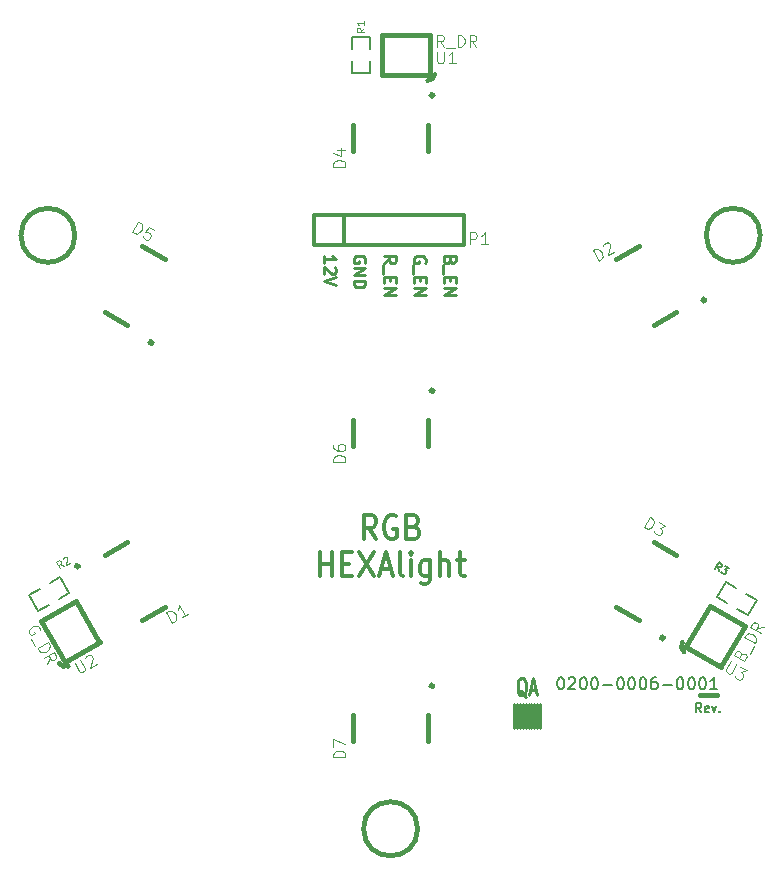
<source format=gto>
G04 (created by PCBNEW-RS274X (2011-nov-30)-testing) date Wed 15 Aug 2012 04:31:39 PM EDT*
%MOIN*%
G04 Gerber Fmt 3.4, Leading zero omitted, Abs format*
%FSLAX34Y34*%
G01*
G70*
G90*
G04 APERTURE LIST*
%ADD10C,0.006*%
%ADD11C,0.015*%
%ADD12C,0.0075*%
%ADD13C,0.0079*%
%ADD14C,0.0099*%
%ADD15C,0.012*%
%ADD16C,0.005*%
%ADD17C,0.0157*%
%ADD18C,0.0039*%
G04 APERTURE END LIST*
G54D10*
G54D11*
X68770Y-47300D02*
X69340Y-47300D01*
G54D12*
X68829Y-47881D02*
X68729Y-47739D01*
X68657Y-47881D02*
X68657Y-47581D01*
X68772Y-47581D01*
X68800Y-47596D01*
X68815Y-47610D01*
X68829Y-47639D01*
X68829Y-47681D01*
X68815Y-47710D01*
X68800Y-47724D01*
X68772Y-47739D01*
X68657Y-47739D01*
X69072Y-47867D02*
X69043Y-47881D01*
X68986Y-47881D01*
X68957Y-47867D01*
X68943Y-47839D01*
X68943Y-47724D01*
X68957Y-47696D01*
X68986Y-47681D01*
X69043Y-47681D01*
X69072Y-47696D01*
X69086Y-47724D01*
X69086Y-47753D01*
X68943Y-47781D01*
X69186Y-47681D02*
X69257Y-47881D01*
X69329Y-47681D01*
X69443Y-47853D02*
X69458Y-47867D01*
X69443Y-47881D01*
X69429Y-47867D01*
X69443Y-47853D01*
X69443Y-47881D01*
G54D13*
X64121Y-46725D02*
X64158Y-46725D01*
X64196Y-46744D01*
X64215Y-46763D01*
X64233Y-46801D01*
X64252Y-46876D01*
X64252Y-46969D01*
X64233Y-47044D01*
X64215Y-47082D01*
X64196Y-47101D01*
X64158Y-47119D01*
X64121Y-47119D01*
X64083Y-47101D01*
X64065Y-47082D01*
X64046Y-47044D01*
X64027Y-46969D01*
X64027Y-46876D01*
X64046Y-46801D01*
X64065Y-46763D01*
X64083Y-46744D01*
X64121Y-46725D01*
X64402Y-46763D02*
X64421Y-46744D01*
X64458Y-46725D01*
X64552Y-46725D01*
X64590Y-46744D01*
X64608Y-46763D01*
X64627Y-46801D01*
X64627Y-46838D01*
X64608Y-46894D01*
X64383Y-47119D01*
X64627Y-47119D01*
X64871Y-46725D02*
X64908Y-46725D01*
X64946Y-46744D01*
X64965Y-46763D01*
X64983Y-46801D01*
X65002Y-46876D01*
X65002Y-46969D01*
X64983Y-47044D01*
X64965Y-47082D01*
X64946Y-47101D01*
X64908Y-47119D01*
X64871Y-47119D01*
X64833Y-47101D01*
X64815Y-47082D01*
X64796Y-47044D01*
X64777Y-46969D01*
X64777Y-46876D01*
X64796Y-46801D01*
X64815Y-46763D01*
X64833Y-46744D01*
X64871Y-46725D01*
X65246Y-46725D02*
X65283Y-46725D01*
X65321Y-46744D01*
X65340Y-46763D01*
X65358Y-46801D01*
X65377Y-46876D01*
X65377Y-46969D01*
X65358Y-47044D01*
X65340Y-47082D01*
X65321Y-47101D01*
X65283Y-47119D01*
X65246Y-47119D01*
X65208Y-47101D01*
X65190Y-47082D01*
X65171Y-47044D01*
X65152Y-46969D01*
X65152Y-46876D01*
X65171Y-46801D01*
X65190Y-46763D01*
X65208Y-46744D01*
X65246Y-46725D01*
X65546Y-46969D02*
X65846Y-46969D01*
X66109Y-46725D02*
X66146Y-46725D01*
X66184Y-46744D01*
X66203Y-46763D01*
X66221Y-46801D01*
X66240Y-46876D01*
X66240Y-46969D01*
X66221Y-47044D01*
X66203Y-47082D01*
X66184Y-47101D01*
X66146Y-47119D01*
X66109Y-47119D01*
X66071Y-47101D01*
X66053Y-47082D01*
X66034Y-47044D01*
X66015Y-46969D01*
X66015Y-46876D01*
X66034Y-46801D01*
X66053Y-46763D01*
X66071Y-46744D01*
X66109Y-46725D01*
X66484Y-46725D02*
X66521Y-46725D01*
X66559Y-46744D01*
X66578Y-46763D01*
X66596Y-46801D01*
X66615Y-46876D01*
X66615Y-46969D01*
X66596Y-47044D01*
X66578Y-47082D01*
X66559Y-47101D01*
X66521Y-47119D01*
X66484Y-47119D01*
X66446Y-47101D01*
X66428Y-47082D01*
X66409Y-47044D01*
X66390Y-46969D01*
X66390Y-46876D01*
X66409Y-46801D01*
X66428Y-46763D01*
X66446Y-46744D01*
X66484Y-46725D01*
X66859Y-46725D02*
X66896Y-46725D01*
X66934Y-46744D01*
X66953Y-46763D01*
X66971Y-46801D01*
X66990Y-46876D01*
X66990Y-46969D01*
X66971Y-47044D01*
X66953Y-47082D01*
X66934Y-47101D01*
X66896Y-47119D01*
X66859Y-47119D01*
X66821Y-47101D01*
X66803Y-47082D01*
X66784Y-47044D01*
X66765Y-46969D01*
X66765Y-46876D01*
X66784Y-46801D01*
X66803Y-46763D01*
X66821Y-46744D01*
X66859Y-46725D01*
X67328Y-46725D02*
X67253Y-46725D01*
X67215Y-46744D01*
X67196Y-46763D01*
X67159Y-46819D01*
X67140Y-46894D01*
X67140Y-47044D01*
X67159Y-47082D01*
X67178Y-47101D01*
X67215Y-47119D01*
X67290Y-47119D01*
X67328Y-47101D01*
X67346Y-47082D01*
X67365Y-47044D01*
X67365Y-46951D01*
X67346Y-46913D01*
X67328Y-46894D01*
X67290Y-46876D01*
X67215Y-46876D01*
X67178Y-46894D01*
X67159Y-46913D01*
X67140Y-46951D01*
X67534Y-46969D02*
X67834Y-46969D01*
X68097Y-46725D02*
X68134Y-46725D01*
X68172Y-46744D01*
X68191Y-46763D01*
X68209Y-46801D01*
X68228Y-46876D01*
X68228Y-46969D01*
X68209Y-47044D01*
X68191Y-47082D01*
X68172Y-47101D01*
X68134Y-47119D01*
X68097Y-47119D01*
X68059Y-47101D01*
X68041Y-47082D01*
X68022Y-47044D01*
X68003Y-46969D01*
X68003Y-46876D01*
X68022Y-46801D01*
X68041Y-46763D01*
X68059Y-46744D01*
X68097Y-46725D01*
X68472Y-46725D02*
X68509Y-46725D01*
X68547Y-46744D01*
X68566Y-46763D01*
X68584Y-46801D01*
X68603Y-46876D01*
X68603Y-46969D01*
X68584Y-47044D01*
X68566Y-47082D01*
X68547Y-47101D01*
X68509Y-47119D01*
X68472Y-47119D01*
X68434Y-47101D01*
X68416Y-47082D01*
X68397Y-47044D01*
X68378Y-46969D01*
X68378Y-46876D01*
X68397Y-46801D01*
X68416Y-46763D01*
X68434Y-46744D01*
X68472Y-46725D01*
X68847Y-46725D02*
X68884Y-46725D01*
X68922Y-46744D01*
X68941Y-46763D01*
X68959Y-46801D01*
X68978Y-46876D01*
X68978Y-46969D01*
X68959Y-47044D01*
X68941Y-47082D01*
X68922Y-47101D01*
X68884Y-47119D01*
X68847Y-47119D01*
X68809Y-47101D01*
X68791Y-47082D01*
X68772Y-47044D01*
X68753Y-46969D01*
X68753Y-46876D01*
X68772Y-46801D01*
X68791Y-46763D01*
X68809Y-46744D01*
X68847Y-46725D01*
X69353Y-47119D02*
X69128Y-47119D01*
X69241Y-47119D02*
X69241Y-46725D01*
X69203Y-46782D01*
X69166Y-46819D01*
X69128Y-46838D01*
G54D14*
X62590Y-48395D02*
X62590Y-47595D01*
X62778Y-48395D02*
X62778Y-47595D01*
X62966Y-48395D02*
X62966Y-47595D01*
X63154Y-48395D02*
X63154Y-47595D01*
X63342Y-48395D02*
X63342Y-47595D01*
X62688Y-48395D02*
X62688Y-47595D01*
X62876Y-48395D02*
X62876Y-47595D01*
X63064Y-48395D02*
X63064Y-47595D01*
X63252Y-48395D02*
X63252Y-47595D01*
X63440Y-48395D02*
X63440Y-47595D01*
X62989Y-47382D02*
X62952Y-47354D01*
X62914Y-47298D01*
X62858Y-47213D01*
X62821Y-47185D01*
X62783Y-47185D01*
X62802Y-47326D02*
X62764Y-47298D01*
X62727Y-47241D01*
X62708Y-47129D01*
X62708Y-46932D01*
X62727Y-46819D01*
X62764Y-46763D01*
X62802Y-46735D01*
X62877Y-46735D01*
X62914Y-46763D01*
X62952Y-46819D01*
X62971Y-46932D01*
X62971Y-47129D01*
X62952Y-47241D01*
X62914Y-47298D01*
X62877Y-47326D01*
X62802Y-47326D01*
X63121Y-47157D02*
X63309Y-47157D01*
X63084Y-47326D02*
X63215Y-46735D01*
X63346Y-47326D01*
X60447Y-32823D02*
X60428Y-32879D01*
X60409Y-32898D01*
X60372Y-32917D01*
X60316Y-32917D01*
X60278Y-32898D01*
X60259Y-32879D01*
X60241Y-32842D01*
X60241Y-32692D01*
X60635Y-32692D01*
X60635Y-32823D01*
X60616Y-32861D01*
X60597Y-32879D01*
X60559Y-32898D01*
X60522Y-32898D01*
X60484Y-32879D01*
X60466Y-32861D01*
X60447Y-32823D01*
X60447Y-32692D01*
X60203Y-32992D02*
X60203Y-33292D01*
X60447Y-33386D02*
X60447Y-33517D01*
X60241Y-33573D02*
X60241Y-33386D01*
X60635Y-33386D01*
X60635Y-33573D01*
X60241Y-33742D02*
X60635Y-33742D01*
X60241Y-33967D01*
X60635Y-33967D01*
X59612Y-32898D02*
X59631Y-32861D01*
X59631Y-32804D01*
X59612Y-32748D01*
X59574Y-32711D01*
X59537Y-32692D01*
X59462Y-32673D01*
X59405Y-32673D01*
X59330Y-32692D01*
X59293Y-32711D01*
X59255Y-32748D01*
X59237Y-32804D01*
X59237Y-32842D01*
X59255Y-32898D01*
X59274Y-32917D01*
X59405Y-32917D01*
X59405Y-32842D01*
X59199Y-32992D02*
X59199Y-33292D01*
X59443Y-33386D02*
X59443Y-33517D01*
X59237Y-33573D02*
X59237Y-33386D01*
X59631Y-33386D01*
X59631Y-33573D01*
X59237Y-33742D02*
X59631Y-33742D01*
X59237Y-33967D01*
X59631Y-33967D01*
X58242Y-32917D02*
X58429Y-32786D01*
X58242Y-32692D02*
X58636Y-32692D01*
X58636Y-32842D01*
X58617Y-32879D01*
X58598Y-32898D01*
X58560Y-32917D01*
X58504Y-32917D01*
X58467Y-32898D01*
X58448Y-32879D01*
X58429Y-32842D01*
X58429Y-32692D01*
X58204Y-32992D02*
X58204Y-33292D01*
X58448Y-33386D02*
X58448Y-33517D01*
X58242Y-33573D02*
X58242Y-33386D01*
X58636Y-33386D01*
X58636Y-33573D01*
X58242Y-33742D02*
X58636Y-33742D01*
X58242Y-33967D01*
X58636Y-33967D01*
X57609Y-32898D02*
X57628Y-32861D01*
X57628Y-32804D01*
X57609Y-32748D01*
X57571Y-32711D01*
X57534Y-32692D01*
X57459Y-32673D01*
X57402Y-32673D01*
X57327Y-32692D01*
X57290Y-32711D01*
X57252Y-32748D01*
X57234Y-32804D01*
X57234Y-32842D01*
X57252Y-32898D01*
X57271Y-32917D01*
X57402Y-32917D01*
X57402Y-32842D01*
X57234Y-33086D02*
X57628Y-33086D01*
X57234Y-33311D01*
X57628Y-33311D01*
X57234Y-33499D02*
X57628Y-33499D01*
X57628Y-33593D01*
X57609Y-33649D01*
X57571Y-33686D01*
X57534Y-33705D01*
X57459Y-33724D01*
X57402Y-33724D01*
X57327Y-33705D01*
X57290Y-33686D01*
X57252Y-33649D01*
X57234Y-33593D01*
X57234Y-33499D01*
G54D15*
X57981Y-42114D02*
X57745Y-41733D01*
X57576Y-42114D02*
X57576Y-41314D01*
X57846Y-41314D01*
X57913Y-41352D01*
X57947Y-41390D01*
X57981Y-41466D01*
X57981Y-41580D01*
X57947Y-41657D01*
X57913Y-41695D01*
X57846Y-41733D01*
X57576Y-41733D01*
X58656Y-41352D02*
X58589Y-41314D01*
X58487Y-41314D01*
X58386Y-41352D01*
X58319Y-41428D01*
X58285Y-41504D01*
X58251Y-41657D01*
X58251Y-41771D01*
X58285Y-41923D01*
X58319Y-42000D01*
X58386Y-42076D01*
X58487Y-42114D01*
X58555Y-42114D01*
X58656Y-42076D01*
X58690Y-42038D01*
X58690Y-41771D01*
X58555Y-41771D01*
X59230Y-41695D02*
X59331Y-41733D01*
X59365Y-41771D01*
X59399Y-41847D01*
X59399Y-41961D01*
X59365Y-42038D01*
X59331Y-42076D01*
X59264Y-42114D01*
X58994Y-42114D01*
X58994Y-41314D01*
X59230Y-41314D01*
X59298Y-41352D01*
X59331Y-41390D01*
X59365Y-41466D01*
X59365Y-41542D01*
X59331Y-41619D01*
X59298Y-41657D01*
X59230Y-41695D01*
X58994Y-41695D01*
X56108Y-43354D02*
X56108Y-42554D01*
X56108Y-42935D02*
X56513Y-42935D01*
X56513Y-43354D02*
X56513Y-42554D01*
X56851Y-42935D02*
X57087Y-42935D01*
X57188Y-43354D02*
X56851Y-43354D01*
X56851Y-42554D01*
X57188Y-42554D01*
X57424Y-42554D02*
X57897Y-43354D01*
X57897Y-42554D02*
X57424Y-43354D01*
X58133Y-43125D02*
X58471Y-43125D01*
X58066Y-43354D02*
X58302Y-42554D01*
X58538Y-43354D01*
X58876Y-43354D02*
X58809Y-43316D01*
X58775Y-43240D01*
X58775Y-42554D01*
X59146Y-43354D02*
X59146Y-42820D01*
X59146Y-42554D02*
X59112Y-42592D01*
X59146Y-42630D01*
X59180Y-42592D01*
X59146Y-42554D01*
X59146Y-42630D01*
X59788Y-42820D02*
X59788Y-43468D01*
X59754Y-43544D01*
X59720Y-43582D01*
X59653Y-43620D01*
X59551Y-43620D01*
X59484Y-43582D01*
X59788Y-43316D02*
X59720Y-43354D01*
X59585Y-43354D01*
X59518Y-43316D01*
X59484Y-43278D01*
X59450Y-43201D01*
X59450Y-42973D01*
X59484Y-42897D01*
X59518Y-42859D01*
X59585Y-42820D01*
X59720Y-42820D01*
X59788Y-42859D01*
X60125Y-43354D02*
X60125Y-42554D01*
X60429Y-43354D02*
X60429Y-42935D01*
X60395Y-42859D01*
X60327Y-42820D01*
X60226Y-42820D01*
X60159Y-42859D01*
X60125Y-42897D01*
X60665Y-42820D02*
X60935Y-42820D01*
X60766Y-42554D02*
X60766Y-43240D01*
X60800Y-43316D01*
X60867Y-43354D01*
X60935Y-43354D01*
G54D14*
X56247Y-32898D02*
X56247Y-32673D01*
X56247Y-32786D02*
X56641Y-32786D01*
X56584Y-32748D01*
X56547Y-32711D01*
X56528Y-32673D01*
X56603Y-33048D02*
X56622Y-33067D01*
X56641Y-33104D01*
X56641Y-33198D01*
X56622Y-33236D01*
X56603Y-33254D01*
X56565Y-33273D01*
X56528Y-33273D01*
X56472Y-33254D01*
X56247Y-33029D01*
X56247Y-33273D01*
X56641Y-33386D02*
X56247Y-33517D01*
X56641Y-33648D01*
G54D16*
X57181Y-25785D02*
X57181Y-25385D01*
X57181Y-25385D02*
X57781Y-25385D01*
X57781Y-25385D02*
X57781Y-25785D01*
X57781Y-26185D02*
X57781Y-26585D01*
X57781Y-26585D02*
X57181Y-26585D01*
X57181Y-26585D02*
X57181Y-26185D01*
X47110Y-43577D02*
X47457Y-43377D01*
X47457Y-43377D02*
X47757Y-43897D01*
X47757Y-43897D02*
X47410Y-44097D01*
X47064Y-44297D02*
X46717Y-44497D01*
X46717Y-44497D02*
X46417Y-43977D01*
X46417Y-43977D02*
X46764Y-43777D01*
X70323Y-43934D02*
X70670Y-44134D01*
X70670Y-44134D02*
X70370Y-44654D01*
X70370Y-44654D02*
X70023Y-44454D01*
X69677Y-44254D02*
X69330Y-44054D01*
X69330Y-44054D02*
X69630Y-43534D01*
X69630Y-43534D02*
X69977Y-43734D01*
G54D15*
X55898Y-32311D02*
X55898Y-31311D01*
X55898Y-31311D02*
X60898Y-31311D01*
X60898Y-31311D02*
X60898Y-32311D01*
X60898Y-32311D02*
X55898Y-32311D01*
X56898Y-32311D02*
X56898Y-31311D01*
G54D11*
X69105Y-44338D02*
X70264Y-45007D01*
X70264Y-45007D02*
X69486Y-46354D01*
X69477Y-46370D02*
X68318Y-45701D01*
X68328Y-45685D02*
X69105Y-44338D01*
X68193Y-45562D02*
G75*
G03X68247Y-45866I179J-125D01*
G74*
G01*
X46823Y-44850D02*
X47982Y-44181D01*
X47982Y-44181D02*
X48759Y-45528D01*
X48769Y-45544D02*
X47610Y-46213D01*
X47601Y-46197D02*
X46823Y-44850D01*
X47427Y-46251D02*
G75*
G03X47717Y-46357I198J92D01*
G74*
G01*
X58189Y-26654D02*
X58189Y-25316D01*
X58189Y-25316D02*
X59744Y-25316D01*
X59763Y-25316D02*
X59763Y-26654D01*
X59744Y-26654D02*
X58189Y-26654D01*
X59705Y-26830D02*
G75*
G03X59940Y-26633I19J216D01*
G74*
G01*
X59365Y-51771D02*
G75*
G03X59365Y-51771I-900J0D01*
G74*
G01*
X70787Y-31988D02*
G75*
G03X70787Y-31988I-900J0D01*
G74*
G01*
X47943Y-31988D02*
G75*
G03X47943Y-31988I-900J0D01*
G74*
G01*
G54D17*
X50196Y-44812D02*
X50946Y-44379D01*
X48936Y-42629D02*
X49686Y-42196D01*
X48065Y-43019D02*
G75*
G03X48065Y-43019I-40J0D01*
G74*
G01*
X66733Y-32353D02*
X65983Y-32786D01*
X67993Y-34536D02*
X67243Y-34969D01*
X68944Y-34146D02*
G75*
G03X68944Y-34146I-40J0D01*
G74*
G01*
X67993Y-42629D02*
X67243Y-42196D01*
X66733Y-44812D02*
X65983Y-44379D01*
X67566Y-45406D02*
G75*
G03X67566Y-45406I-40J0D01*
G74*
G01*
X57205Y-28307D02*
X57205Y-29173D01*
X59725Y-28307D02*
X59725Y-29173D01*
X59883Y-27323D02*
G75*
G03X59883Y-27323I-40J0D01*
G74*
G01*
X50946Y-32786D02*
X50196Y-32353D01*
X49686Y-34969D02*
X48936Y-34536D01*
X50519Y-35563D02*
G75*
G03X50519Y-35563I-40J0D01*
G74*
G01*
X57205Y-38150D02*
X57205Y-39016D01*
X59725Y-38150D02*
X59725Y-39016D01*
X59883Y-37166D02*
G75*
G03X59883Y-37166I-40J0D01*
G74*
G01*
X57205Y-47993D02*
X57205Y-48859D01*
X59725Y-47993D02*
X59725Y-48859D01*
X59883Y-47009D02*
G75*
G03X59883Y-47009I-40J0D01*
G74*
G01*
G54D18*
X57582Y-25082D02*
X57463Y-25165D01*
X57582Y-25224D02*
X57332Y-25224D01*
X57332Y-25129D01*
X57344Y-25105D01*
X57356Y-25094D01*
X57380Y-25082D01*
X57416Y-25082D01*
X57439Y-25094D01*
X57451Y-25105D01*
X57463Y-25129D01*
X57463Y-25224D01*
X57582Y-24844D02*
X57582Y-24986D01*
X57582Y-24915D02*
X57332Y-24915D01*
X57368Y-24939D01*
X57392Y-24963D01*
X57404Y-24986D01*
X47566Y-43017D02*
X47435Y-42956D01*
X47443Y-43088D02*
X47318Y-42872D01*
X47400Y-42824D01*
X47427Y-42823D01*
X47443Y-42828D01*
X47465Y-42843D01*
X47483Y-42874D01*
X47484Y-42900D01*
X47481Y-42916D01*
X47466Y-42938D01*
X47384Y-42985D01*
X47536Y-42774D02*
X47541Y-42757D01*
X47555Y-42735D01*
X47607Y-42705D01*
X47633Y-42704D01*
X47650Y-42708D01*
X47671Y-42724D01*
X47683Y-42744D01*
X47691Y-42780D01*
X47639Y-42975D01*
X47772Y-42898D01*
G54D16*
X69401Y-43173D02*
X69389Y-43029D01*
X69278Y-43102D02*
X69403Y-42886D01*
X69485Y-42933D01*
X69500Y-42956D01*
X69504Y-42972D01*
X69502Y-42999D01*
X69484Y-43030D01*
X69462Y-43044D01*
X69447Y-43049D01*
X69420Y-43047D01*
X69338Y-42999D01*
X69599Y-42999D02*
X69732Y-43076D01*
X69613Y-43117D01*
X69644Y-43135D01*
X69659Y-43157D01*
X69663Y-43174D01*
X69661Y-43200D01*
X69631Y-43252D01*
X69610Y-43266D01*
X69593Y-43271D01*
X69567Y-43269D01*
X69504Y-43233D01*
X69490Y-43211D01*
X69486Y-43195D01*
G54D18*
X61120Y-32285D02*
X61120Y-31891D01*
X61270Y-31891D01*
X61307Y-31910D01*
X61326Y-31929D01*
X61345Y-31967D01*
X61345Y-32023D01*
X61326Y-32060D01*
X61307Y-32079D01*
X61270Y-32098D01*
X61120Y-32098D01*
X61720Y-32285D02*
X61495Y-32285D01*
X61608Y-32285D02*
X61608Y-31891D01*
X61570Y-31948D01*
X61533Y-31985D01*
X61495Y-32004D01*
X69799Y-46181D02*
X69639Y-46458D01*
X69637Y-46500D01*
X69643Y-46526D01*
X69667Y-46560D01*
X69732Y-46598D01*
X69773Y-46601D01*
X69799Y-46594D01*
X69834Y-46570D01*
X69994Y-46294D01*
X70123Y-46369D02*
X70335Y-46491D01*
X70146Y-46556D01*
X70194Y-46584D01*
X70218Y-46619D01*
X70224Y-46644D01*
X70222Y-46687D01*
X70175Y-46767D01*
X70140Y-46791D01*
X70115Y-46798D01*
X70073Y-46795D01*
X69976Y-46739D01*
X69952Y-46704D01*
X69945Y-46678D01*
X70141Y-45974D02*
X70186Y-45935D01*
X70212Y-45928D01*
X70253Y-45930D01*
X70302Y-45958D01*
X70325Y-45994D01*
X70332Y-46020D01*
X70329Y-46061D01*
X70254Y-46191D01*
X69913Y-45994D01*
X69978Y-45880D01*
X70014Y-45857D01*
X70039Y-45851D01*
X70082Y-45853D01*
X70114Y-45872D01*
X70137Y-45907D01*
X70144Y-45932D01*
X70141Y-45974D01*
X70076Y-46088D01*
X70437Y-45950D02*
X70587Y-45690D01*
X70601Y-45590D02*
X70260Y-45393D01*
X70307Y-45311D01*
X70351Y-45272D01*
X70403Y-45259D01*
X70444Y-45261D01*
X70519Y-45282D01*
X70568Y-45311D01*
X70624Y-45365D01*
X70646Y-45400D01*
X70661Y-45451D01*
X70648Y-45508D01*
X70601Y-45590D01*
X70911Y-45054D02*
X70683Y-45074D01*
X70798Y-45249D02*
X70457Y-45052D01*
X70532Y-44922D01*
X70567Y-44899D01*
X70593Y-44892D01*
X70635Y-44895D01*
X70684Y-44923D01*
X70706Y-44958D01*
X70713Y-44984D01*
X70711Y-45025D01*
X70636Y-45155D01*
X47930Y-46245D02*
X48089Y-46522D01*
X48125Y-46545D01*
X48150Y-46553D01*
X48192Y-46549D01*
X48257Y-46512D01*
X48280Y-46478D01*
X48287Y-46452D01*
X48284Y-46409D01*
X48125Y-46133D01*
X48290Y-46081D02*
X48297Y-46055D01*
X48319Y-46020D01*
X48401Y-45973D01*
X48443Y-45971D01*
X48468Y-45978D01*
X48504Y-46002D01*
X48522Y-46034D01*
X48534Y-46092D01*
X48451Y-46399D01*
X48663Y-46277D01*
X46790Y-45140D02*
X46788Y-45099D01*
X46759Y-45049D01*
X46715Y-45010D01*
X46663Y-44997D01*
X46622Y-44999D01*
X46547Y-45020D01*
X46498Y-45049D01*
X46442Y-45103D01*
X46420Y-45138D01*
X46405Y-45189D01*
X46418Y-45246D01*
X46437Y-45279D01*
X46480Y-45319D01*
X46506Y-45326D01*
X46620Y-45260D01*
X46582Y-45195D01*
X46479Y-45428D02*
X46629Y-45688D01*
X46709Y-45750D02*
X47050Y-45553D01*
X47097Y-45635D01*
X47109Y-45693D01*
X47094Y-45744D01*
X47072Y-45779D01*
X47016Y-45833D01*
X46967Y-45861D01*
X46892Y-45882D01*
X46851Y-45884D01*
X46799Y-45871D01*
X46756Y-45832D01*
X46709Y-45750D01*
X47018Y-46286D02*
X47115Y-46079D01*
X46906Y-46091D02*
X47247Y-45894D01*
X47322Y-46024D01*
X47324Y-46066D01*
X47317Y-46092D01*
X47294Y-46127D01*
X47245Y-46155D01*
X47204Y-46157D01*
X47178Y-46150D01*
X47143Y-46128D01*
X47068Y-45998D01*
X60015Y-25865D02*
X60015Y-26184D01*
X60034Y-26222D01*
X60052Y-26241D01*
X60090Y-26259D01*
X60165Y-26259D01*
X60202Y-26241D01*
X60221Y-26222D01*
X60240Y-26184D01*
X60240Y-25865D01*
X60634Y-26259D02*
X60409Y-26259D01*
X60522Y-26259D02*
X60522Y-25865D01*
X60484Y-25922D01*
X60447Y-25959D01*
X60409Y-25978D01*
X60238Y-25704D02*
X60107Y-25517D01*
X60013Y-25704D02*
X60013Y-25310D01*
X60163Y-25310D01*
X60200Y-25329D01*
X60219Y-25348D01*
X60238Y-25386D01*
X60238Y-25442D01*
X60219Y-25479D01*
X60200Y-25498D01*
X60163Y-25517D01*
X60013Y-25517D01*
X60313Y-25742D02*
X60613Y-25742D01*
X60707Y-25704D02*
X60707Y-25310D01*
X60801Y-25310D01*
X60857Y-25329D01*
X60894Y-25367D01*
X60913Y-25404D01*
X60932Y-25479D01*
X60932Y-25536D01*
X60913Y-25611D01*
X60894Y-25648D01*
X60857Y-25686D01*
X60801Y-25704D01*
X60707Y-25704D01*
X61326Y-25704D02*
X61195Y-25517D01*
X61101Y-25704D02*
X61101Y-25310D01*
X61251Y-25310D01*
X61288Y-25329D01*
X61307Y-25348D01*
X61326Y-25386D01*
X61326Y-25442D01*
X61307Y-25479D01*
X61288Y-25498D01*
X61251Y-25517D01*
X61101Y-25517D01*
X51188Y-44897D02*
X50991Y-44555D01*
X51073Y-44508D01*
X51131Y-44497D01*
X51182Y-44511D01*
X51217Y-44534D01*
X51271Y-44589D01*
X51299Y-44639D01*
X51320Y-44713D01*
X51322Y-44755D01*
X51309Y-44806D01*
X51270Y-44850D01*
X51188Y-44897D01*
X51708Y-44597D02*
X51513Y-44709D01*
X51611Y-44653D02*
X51414Y-44311D01*
X51410Y-44380D01*
X51396Y-44430D01*
X51373Y-44466D01*
X65397Y-32834D02*
X65200Y-32492D01*
X65282Y-32445D01*
X65340Y-32434D01*
X65391Y-32448D01*
X65426Y-32471D01*
X65480Y-32526D01*
X65508Y-32576D01*
X65529Y-32650D01*
X65531Y-32692D01*
X65518Y-32743D01*
X65479Y-32787D01*
X65397Y-32834D01*
X65544Y-32338D02*
X65551Y-32312D01*
X65574Y-32277D01*
X65655Y-32230D01*
X65697Y-32227D01*
X65723Y-32235D01*
X65758Y-32258D01*
X65776Y-32290D01*
X65788Y-32348D01*
X65706Y-32656D01*
X65917Y-32534D01*
X66909Y-41713D02*
X67106Y-41371D01*
X67188Y-41418D01*
X67227Y-41463D01*
X67240Y-41514D01*
X67238Y-41556D01*
X67217Y-41630D01*
X67188Y-41680D01*
X67134Y-41735D01*
X67099Y-41758D01*
X67048Y-41772D01*
X66991Y-41760D01*
X66909Y-41713D01*
X67415Y-41549D02*
X67626Y-41671D01*
X67437Y-41737D01*
X67486Y-41765D01*
X67509Y-41799D01*
X67516Y-41825D01*
X67513Y-41867D01*
X67466Y-41948D01*
X67431Y-41971D01*
X67406Y-41979D01*
X67364Y-41975D01*
X67267Y-41919D01*
X67243Y-41885D01*
X67236Y-41859D01*
X56953Y-29704D02*
X56559Y-29704D01*
X56559Y-29610D01*
X56578Y-29554D01*
X56616Y-29517D01*
X56653Y-29498D01*
X56728Y-29479D01*
X56785Y-29479D01*
X56860Y-29498D01*
X56897Y-29517D01*
X56935Y-29554D01*
X56953Y-29610D01*
X56953Y-29704D01*
X56691Y-29141D02*
X56953Y-29141D01*
X56541Y-29235D02*
X56822Y-29329D01*
X56822Y-29085D01*
X49862Y-31870D02*
X50059Y-31528D01*
X50141Y-31575D01*
X50180Y-31620D01*
X50193Y-31671D01*
X50191Y-31713D01*
X50170Y-31787D01*
X50141Y-31837D01*
X50087Y-31892D01*
X50052Y-31915D01*
X50001Y-31929D01*
X49944Y-31917D01*
X49862Y-31870D01*
X50563Y-31819D02*
X50401Y-31725D01*
X50290Y-31879D01*
X50316Y-31872D01*
X50357Y-31875D01*
X50439Y-31922D01*
X50462Y-31956D01*
X50469Y-31982D01*
X50466Y-32024D01*
X50419Y-32105D01*
X50384Y-32128D01*
X50359Y-32136D01*
X50317Y-32132D01*
X50236Y-32085D01*
X50213Y-32051D01*
X50206Y-32025D01*
X56953Y-39547D02*
X56559Y-39547D01*
X56559Y-39453D01*
X56578Y-39397D01*
X56616Y-39360D01*
X56653Y-39341D01*
X56728Y-39322D01*
X56785Y-39322D01*
X56860Y-39341D01*
X56897Y-39360D01*
X56935Y-39397D01*
X56953Y-39453D01*
X56953Y-39547D01*
X56559Y-38984D02*
X56559Y-39059D01*
X56578Y-39097D01*
X56597Y-39116D01*
X56653Y-39153D01*
X56728Y-39172D01*
X56878Y-39172D01*
X56916Y-39153D01*
X56935Y-39134D01*
X56953Y-39097D01*
X56953Y-39022D01*
X56935Y-38984D01*
X56916Y-38966D01*
X56878Y-38947D01*
X56785Y-38947D01*
X56747Y-38966D01*
X56728Y-38984D01*
X56710Y-39022D01*
X56710Y-39097D01*
X56728Y-39134D01*
X56747Y-39153D01*
X56785Y-39172D01*
X56953Y-49390D02*
X56559Y-49390D01*
X56559Y-49296D01*
X56578Y-49240D01*
X56616Y-49203D01*
X56653Y-49184D01*
X56728Y-49165D01*
X56785Y-49165D01*
X56860Y-49184D01*
X56897Y-49203D01*
X56935Y-49240D01*
X56953Y-49296D01*
X56953Y-49390D01*
X56559Y-49034D02*
X56559Y-48771D01*
X56953Y-48940D01*
M02*

</source>
